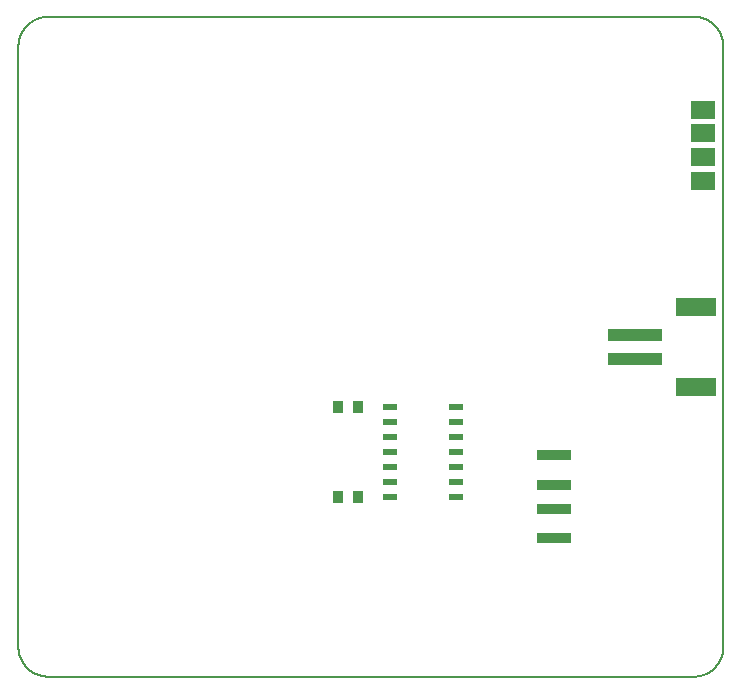
<source format=gtp>
G75*
%MOIN*%
%OFA0B0*%
%FSLAX25Y25*%
%IPPOS*%
%LPD*%
%AMOC8*
5,1,8,0,0,1.08239X$1,22.5*
%
%ADD10C,0.00500*%
%ADD11R,0.04724X0.02362*%
%ADD12R,0.03700X0.04000*%
%ADD13R,0.11811X0.03543*%
%ADD14R,0.07874X0.05906*%
%ADD15R,0.18110X0.03937*%
%ADD16R,0.13386X0.06299*%
D10*
X0062524Y0033933D02*
X0062524Y0233933D01*
X0062527Y0234175D01*
X0062536Y0234416D01*
X0062550Y0234657D01*
X0062571Y0234898D01*
X0062597Y0235138D01*
X0062629Y0235378D01*
X0062667Y0235617D01*
X0062710Y0235854D01*
X0062760Y0236091D01*
X0062815Y0236326D01*
X0062875Y0236560D01*
X0062942Y0236792D01*
X0063013Y0237023D01*
X0063091Y0237252D01*
X0063174Y0237479D01*
X0063262Y0237704D01*
X0063356Y0237927D01*
X0063455Y0238147D01*
X0063560Y0238365D01*
X0063669Y0238580D01*
X0063784Y0238793D01*
X0063904Y0239003D01*
X0064029Y0239209D01*
X0064159Y0239413D01*
X0064294Y0239614D01*
X0064434Y0239811D01*
X0064578Y0240005D01*
X0064727Y0240195D01*
X0064881Y0240381D01*
X0065039Y0240564D01*
X0065201Y0240743D01*
X0065368Y0240918D01*
X0065539Y0241089D01*
X0065714Y0241256D01*
X0065893Y0241418D01*
X0066076Y0241576D01*
X0066262Y0241730D01*
X0066452Y0241879D01*
X0066646Y0242023D01*
X0066843Y0242163D01*
X0067044Y0242298D01*
X0067248Y0242428D01*
X0067454Y0242553D01*
X0067664Y0242673D01*
X0067877Y0242788D01*
X0068092Y0242897D01*
X0068310Y0243002D01*
X0068530Y0243101D01*
X0068753Y0243195D01*
X0068978Y0243283D01*
X0069205Y0243366D01*
X0069434Y0243444D01*
X0069665Y0243515D01*
X0069897Y0243582D01*
X0070131Y0243642D01*
X0070366Y0243697D01*
X0070603Y0243747D01*
X0070840Y0243790D01*
X0071079Y0243828D01*
X0071319Y0243860D01*
X0071559Y0243886D01*
X0071800Y0243907D01*
X0072041Y0243921D01*
X0072282Y0243930D01*
X0072524Y0243933D01*
X0287524Y0243933D01*
X0287766Y0243930D01*
X0288007Y0243921D01*
X0288248Y0243907D01*
X0288489Y0243886D01*
X0288729Y0243860D01*
X0288969Y0243828D01*
X0289208Y0243790D01*
X0289445Y0243747D01*
X0289682Y0243697D01*
X0289917Y0243642D01*
X0290151Y0243582D01*
X0290383Y0243515D01*
X0290614Y0243444D01*
X0290843Y0243366D01*
X0291070Y0243283D01*
X0291295Y0243195D01*
X0291518Y0243101D01*
X0291738Y0243002D01*
X0291956Y0242897D01*
X0292171Y0242788D01*
X0292384Y0242673D01*
X0292594Y0242553D01*
X0292800Y0242428D01*
X0293004Y0242298D01*
X0293205Y0242163D01*
X0293402Y0242023D01*
X0293596Y0241879D01*
X0293786Y0241730D01*
X0293972Y0241576D01*
X0294155Y0241418D01*
X0294334Y0241256D01*
X0294509Y0241089D01*
X0294680Y0240918D01*
X0294847Y0240743D01*
X0295009Y0240564D01*
X0295167Y0240381D01*
X0295321Y0240195D01*
X0295470Y0240005D01*
X0295614Y0239811D01*
X0295754Y0239614D01*
X0295889Y0239413D01*
X0296019Y0239209D01*
X0296144Y0239003D01*
X0296264Y0238793D01*
X0296379Y0238580D01*
X0296488Y0238365D01*
X0296593Y0238147D01*
X0296692Y0237927D01*
X0296786Y0237704D01*
X0296874Y0237479D01*
X0296957Y0237252D01*
X0297035Y0237023D01*
X0297106Y0236792D01*
X0297173Y0236560D01*
X0297233Y0236326D01*
X0297288Y0236091D01*
X0297338Y0235854D01*
X0297381Y0235617D01*
X0297419Y0235378D01*
X0297451Y0235138D01*
X0297477Y0234898D01*
X0297498Y0234657D01*
X0297512Y0234416D01*
X0297521Y0234175D01*
X0297524Y0233933D01*
X0297524Y0033933D01*
X0297521Y0033691D01*
X0297512Y0033450D01*
X0297498Y0033209D01*
X0297477Y0032968D01*
X0297451Y0032728D01*
X0297419Y0032488D01*
X0297381Y0032249D01*
X0297338Y0032012D01*
X0297288Y0031775D01*
X0297233Y0031540D01*
X0297173Y0031306D01*
X0297106Y0031074D01*
X0297035Y0030843D01*
X0296957Y0030614D01*
X0296874Y0030387D01*
X0296786Y0030162D01*
X0296692Y0029939D01*
X0296593Y0029719D01*
X0296488Y0029501D01*
X0296379Y0029286D01*
X0296264Y0029073D01*
X0296144Y0028863D01*
X0296019Y0028657D01*
X0295889Y0028453D01*
X0295754Y0028252D01*
X0295614Y0028055D01*
X0295470Y0027861D01*
X0295321Y0027671D01*
X0295167Y0027485D01*
X0295009Y0027302D01*
X0294847Y0027123D01*
X0294680Y0026948D01*
X0294509Y0026777D01*
X0294334Y0026610D01*
X0294155Y0026448D01*
X0293972Y0026290D01*
X0293786Y0026136D01*
X0293596Y0025987D01*
X0293402Y0025843D01*
X0293205Y0025703D01*
X0293004Y0025568D01*
X0292800Y0025438D01*
X0292594Y0025313D01*
X0292384Y0025193D01*
X0292171Y0025078D01*
X0291956Y0024969D01*
X0291738Y0024864D01*
X0291518Y0024765D01*
X0291295Y0024671D01*
X0291070Y0024583D01*
X0290843Y0024500D01*
X0290614Y0024422D01*
X0290383Y0024351D01*
X0290151Y0024284D01*
X0289917Y0024224D01*
X0289682Y0024169D01*
X0289445Y0024119D01*
X0289208Y0024076D01*
X0288969Y0024038D01*
X0288729Y0024006D01*
X0288489Y0023980D01*
X0288248Y0023959D01*
X0288007Y0023945D01*
X0287766Y0023936D01*
X0287524Y0023933D01*
X0072524Y0023933D01*
X0072282Y0023936D01*
X0072041Y0023945D01*
X0071800Y0023959D01*
X0071559Y0023980D01*
X0071319Y0024006D01*
X0071079Y0024038D01*
X0070840Y0024076D01*
X0070603Y0024119D01*
X0070366Y0024169D01*
X0070131Y0024224D01*
X0069897Y0024284D01*
X0069665Y0024351D01*
X0069434Y0024422D01*
X0069205Y0024500D01*
X0068978Y0024583D01*
X0068753Y0024671D01*
X0068530Y0024765D01*
X0068310Y0024864D01*
X0068092Y0024969D01*
X0067877Y0025078D01*
X0067664Y0025193D01*
X0067454Y0025313D01*
X0067248Y0025438D01*
X0067044Y0025568D01*
X0066843Y0025703D01*
X0066646Y0025843D01*
X0066452Y0025987D01*
X0066262Y0026136D01*
X0066076Y0026290D01*
X0065893Y0026448D01*
X0065714Y0026610D01*
X0065539Y0026777D01*
X0065368Y0026948D01*
X0065201Y0027123D01*
X0065039Y0027302D01*
X0064881Y0027485D01*
X0064727Y0027671D01*
X0064578Y0027861D01*
X0064434Y0028055D01*
X0064294Y0028252D01*
X0064159Y0028453D01*
X0064029Y0028657D01*
X0063904Y0028863D01*
X0063784Y0029073D01*
X0063669Y0029286D01*
X0063560Y0029501D01*
X0063455Y0029719D01*
X0063356Y0029939D01*
X0063262Y0030162D01*
X0063174Y0030387D01*
X0063091Y0030614D01*
X0063013Y0030843D01*
X0062942Y0031074D01*
X0062875Y0031306D01*
X0062815Y0031540D01*
X0062760Y0031775D01*
X0062710Y0032012D01*
X0062667Y0032249D01*
X0062629Y0032488D01*
X0062597Y0032728D01*
X0062571Y0032968D01*
X0062550Y0033209D01*
X0062536Y0033450D01*
X0062527Y0033691D01*
X0062524Y0033933D01*
D11*
X0186500Y0083933D03*
X0186500Y0088933D03*
X0186500Y0093933D03*
X0186500Y0098933D03*
X0186500Y0103933D03*
X0186500Y0108933D03*
X0186500Y0113933D03*
X0208547Y0113933D03*
X0208547Y0108933D03*
X0208547Y0103933D03*
X0208547Y0098933D03*
X0208547Y0093933D03*
X0208547Y0088933D03*
X0208547Y0083933D03*
D12*
X0175870Y0083933D03*
X0169177Y0083933D03*
X0169177Y0113933D03*
X0175870Y0113933D03*
D13*
X0240941Y0097713D03*
X0240941Y0087870D03*
X0240941Y0079996D03*
X0240941Y0070154D03*
D14*
X0290870Y0189287D03*
X0290870Y0197161D03*
X0290870Y0205035D03*
X0290870Y0212909D03*
D15*
X0267957Y0137870D03*
X0267957Y0129996D03*
D16*
X0288429Y0120547D03*
X0288429Y0147319D03*
M02*

</source>
